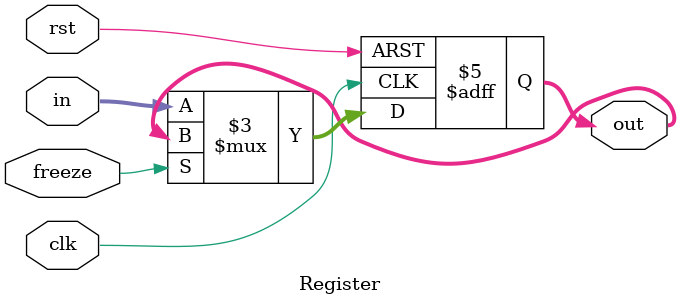
<source format=v>

module Register #(parameter  BIT_NUMBER = 32)
  (input [BIT_NUMBER-1:0] in, input freeze, clk, rst, output reg [BIT_NUMBER-1:0] out);
  always @ (posedge clk, posedge rst) begin
    if (rst)
      out <= 0;
    else if (freeze == 0) begin
      out <= in;
    end
  end
endmodule

</source>
